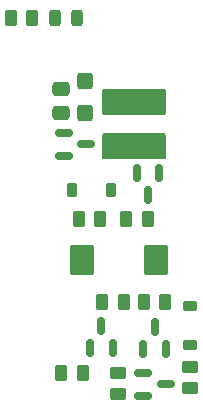
<source format=gtp>
G04 #@! TF.GenerationSoftware,KiCad,Pcbnew,8.0.3*
G04 #@! TF.CreationDate,2024-07-18T13:22:42+02:00*
G04 #@! TF.ProjectId,vpp-maker-rev6-ian,7670702d-6d61-46b6-9572-2d726576362d,rev?*
G04 #@! TF.SameCoordinates,Original*
G04 #@! TF.FileFunction,Paste,Top*
G04 #@! TF.FilePolarity,Positive*
%FSLAX46Y46*%
G04 Gerber Fmt 4.6, Leading zero omitted, Abs format (unit mm)*
G04 Created by KiCad (PCBNEW 8.0.3) date 2024-07-18 13:22:42*
%MOMM*%
%LPD*%
G01*
G04 APERTURE LIST*
G04 Aperture macros list*
%AMRoundRect*
0 Rectangle with rounded corners*
0 $1 Rounding radius*
0 $2 $3 $4 $5 $6 $7 $8 $9 X,Y pos of 4 corners*
0 Add a 4 corners polygon primitive as box body*
4,1,4,$2,$3,$4,$5,$6,$7,$8,$9,$2,$3,0*
0 Add four circle primitives for the rounded corners*
1,1,$1+$1,$2,$3*
1,1,$1+$1,$4,$5*
1,1,$1+$1,$6,$7*
1,1,$1+$1,$8,$9*
0 Add four rect primitives between the rounded corners*
20,1,$1+$1,$2,$3,$4,$5,0*
20,1,$1+$1,$4,$5,$6,$7,0*
20,1,$1+$1,$6,$7,$8,$9,0*
20,1,$1+$1,$8,$9,$2,$3,0*%
G04 Aperture macros list end*
%ADD10C,0.000000*%
%ADD11RoundRect,0.150000X0.150000X-0.587500X0.150000X0.587500X-0.150000X0.587500X-0.150000X-0.587500X0*%
%ADD12RoundRect,0.150000X-0.150000X0.587500X-0.150000X-0.587500X0.150000X-0.587500X0.150000X0.587500X0*%
%ADD13RoundRect,0.243750X0.243750X0.456250X-0.243750X0.456250X-0.243750X-0.456250X0.243750X-0.456250X0*%
%ADD14RoundRect,0.250000X-0.475000X0.337500X-0.475000X-0.337500X0.475000X-0.337500X0.475000X0.337500X0*%
%ADD15RoundRect,0.225000X0.225000X0.375000X-0.225000X0.375000X-0.225000X-0.375000X0.225000X-0.375000X0*%
%ADD16RoundRect,0.250000X0.450000X-0.262500X0.450000X0.262500X-0.450000X0.262500X-0.450000X-0.262500X0*%
%ADD17RoundRect,0.250000X-0.450000X0.262500X-0.450000X-0.262500X0.450000X-0.262500X0.450000X0.262500X0*%
%ADD18RoundRect,0.250000X0.262500X0.450000X-0.262500X0.450000X-0.262500X-0.450000X0.262500X-0.450000X0*%
%ADD19RoundRect,0.250000X-0.425000X0.450000X-0.425000X-0.450000X0.425000X-0.450000X0.425000X0.450000X0*%
%ADD20RoundRect,0.250000X-0.262500X-0.450000X0.262500X-0.450000X0.262500X0.450000X-0.262500X0.450000X0*%
%ADD21RoundRect,0.250000X0.787500X1.025000X-0.787500X1.025000X-0.787500X-1.025000X0.787500X-1.025000X0*%
%ADD22RoundRect,0.150000X-0.587500X-0.150000X0.587500X-0.150000X0.587500X0.150000X-0.587500X0.150000X0*%
%ADD23R,5.500000X2.150000*%
%ADD24RoundRect,0.225000X-0.375000X0.225000X-0.375000X-0.225000X0.375000X-0.225000X0.375000X0.225000X0*%
G04 APERTURE END LIST*
D10*
G36*
X153849999Y-78702000D02*
G01*
X148649999Y-78702000D01*
X148649999Y-76502000D01*
X153849999Y-76502000D01*
X153849999Y-78702000D01*
G37*
G36*
X153849999Y-82447000D02*
G01*
X148649999Y-82447000D01*
X148649999Y-80247000D01*
X153849999Y-80247000D01*
X153849999Y-82447000D01*
G37*
D11*
X147550000Y-98437500D03*
X149450000Y-98437500D03*
X148500000Y-96562500D03*
D12*
X153400000Y-83562500D03*
X151500000Y-83562500D03*
X152450000Y-85437500D03*
D13*
X146437500Y-70500000D03*
X144562500Y-70500000D03*
D14*
X145059864Y-76462500D03*
X145059864Y-78537500D03*
D15*
X149300000Y-85000000D03*
X146000000Y-85000000D03*
D16*
X156000000Y-101825000D03*
X156000000Y-100000000D03*
D11*
X152050000Y-98500000D03*
X153950000Y-98500000D03*
X153000000Y-96625000D03*
D17*
X149912500Y-100500000D03*
X149912500Y-102325000D03*
D18*
X148412500Y-87500000D03*
X146587500Y-87500000D03*
D19*
X147102685Y-75787256D03*
X147102685Y-78487256D03*
D20*
X152087500Y-94500000D03*
X153912500Y-94500000D03*
D21*
X153112500Y-91000000D03*
X146887500Y-91000000D03*
D22*
X152062500Y-100550000D03*
X152062500Y-102450000D03*
X153937500Y-101500000D03*
X145312528Y-80232666D03*
X145312528Y-82132666D03*
X147187528Y-81182666D03*
D23*
X151249999Y-77575000D03*
X151249999Y-81425000D03*
D18*
X152412500Y-87500000D03*
X150587500Y-87500000D03*
D20*
X140837500Y-70500000D03*
X142662500Y-70500000D03*
D24*
X156000000Y-94850000D03*
X156000000Y-98150000D03*
D20*
X148587500Y-94500000D03*
X150412500Y-94500000D03*
D18*
X146912500Y-100500000D03*
X145087500Y-100500000D03*
M02*

</source>
